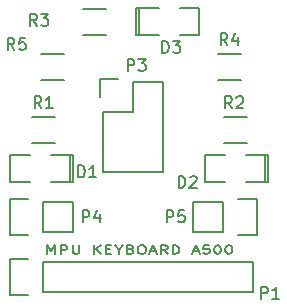
<source format=gto>
%TF.GenerationSoftware,KiCad,Pcbnew,4.0.2+dfsg1-stable*%
%TF.CreationDate,2018-11-13T00:59:16+01:00*%
%TF.ProjectId,A500MPU-Adapter,413530304D50552D416461707465722E,rev?*%
%TF.FileFunction,Legend,Top*%
%FSLAX46Y46*%
G04 Gerber Fmt 4.6, Leading zero omitted, Abs format (unit mm)*
G04 Created by KiCad (PCBNEW 4.0.2+dfsg1-stable) date Tue 13 Nov 2018 00:59:16 CET*
%MOMM*%
G01*
G04 APERTURE LIST*
%ADD10C,0.100000*%
%ADD11C,0.170000*%
%ADD12C,0.150000*%
G04 APERTURE END LIST*
D10*
D11*
X148908476Y-122490667D02*
X148908476Y-121790667D01*
X149241810Y-122290667D01*
X149575143Y-121790667D01*
X149575143Y-122490667D01*
X150051333Y-122490667D02*
X150051333Y-121790667D01*
X150432286Y-121790667D01*
X150527524Y-121824000D01*
X150575143Y-121857333D01*
X150622762Y-121924000D01*
X150622762Y-122024000D01*
X150575143Y-122090667D01*
X150527524Y-122124000D01*
X150432286Y-122157333D01*
X150051333Y-122157333D01*
X151051333Y-121790667D02*
X151051333Y-122357333D01*
X151098952Y-122424000D01*
X151146571Y-122457333D01*
X151241809Y-122490667D01*
X151432286Y-122490667D01*
X151527524Y-122457333D01*
X151575143Y-122424000D01*
X151622762Y-122357333D01*
X151622762Y-121790667D01*
X152860857Y-122490667D02*
X152860857Y-121790667D01*
X153432286Y-122490667D02*
X153003714Y-122090667D01*
X153432286Y-121790667D02*
X152860857Y-122190667D01*
X153860857Y-122124000D02*
X154194191Y-122124000D01*
X154337048Y-122490667D02*
X153860857Y-122490667D01*
X153860857Y-121790667D01*
X154337048Y-121790667D01*
X154956095Y-122157333D02*
X154956095Y-122490667D01*
X154622762Y-121790667D02*
X154956095Y-122157333D01*
X155289429Y-121790667D01*
X155956096Y-122124000D02*
X156098953Y-122157333D01*
X156146572Y-122190667D01*
X156194191Y-122257333D01*
X156194191Y-122357333D01*
X156146572Y-122424000D01*
X156098953Y-122457333D01*
X156003715Y-122490667D01*
X155622762Y-122490667D01*
X155622762Y-121790667D01*
X155956096Y-121790667D01*
X156051334Y-121824000D01*
X156098953Y-121857333D01*
X156146572Y-121924000D01*
X156146572Y-121990667D01*
X156098953Y-122057333D01*
X156051334Y-122090667D01*
X155956096Y-122124000D01*
X155622762Y-122124000D01*
X156813238Y-121790667D02*
X157003715Y-121790667D01*
X157098953Y-121824000D01*
X157194191Y-121890667D01*
X157241810Y-122024000D01*
X157241810Y-122257333D01*
X157194191Y-122390667D01*
X157098953Y-122457333D01*
X157003715Y-122490667D01*
X156813238Y-122490667D01*
X156718000Y-122457333D01*
X156622762Y-122390667D01*
X156575143Y-122257333D01*
X156575143Y-122024000D01*
X156622762Y-121890667D01*
X156718000Y-121824000D01*
X156813238Y-121790667D01*
X157622762Y-122290667D02*
X158098953Y-122290667D01*
X157527524Y-122490667D02*
X157860857Y-121790667D01*
X158194191Y-122490667D01*
X159098953Y-122490667D02*
X158765619Y-122157333D01*
X158527524Y-122490667D02*
X158527524Y-121790667D01*
X158908477Y-121790667D01*
X159003715Y-121824000D01*
X159051334Y-121857333D01*
X159098953Y-121924000D01*
X159098953Y-122024000D01*
X159051334Y-122090667D01*
X159003715Y-122124000D01*
X158908477Y-122157333D01*
X158527524Y-122157333D01*
X159527524Y-122490667D02*
X159527524Y-121790667D01*
X159765619Y-121790667D01*
X159908477Y-121824000D01*
X160003715Y-121890667D01*
X160051334Y-121957333D01*
X160098953Y-122090667D01*
X160098953Y-122190667D01*
X160051334Y-122324000D01*
X160003715Y-122390667D01*
X159908477Y-122457333D01*
X159765619Y-122490667D01*
X159527524Y-122490667D01*
X161241810Y-122290667D02*
X161718001Y-122290667D01*
X161146572Y-122490667D02*
X161479905Y-121790667D01*
X161813239Y-122490667D01*
X162622763Y-121790667D02*
X162146572Y-121790667D01*
X162098953Y-122124000D01*
X162146572Y-122090667D01*
X162241810Y-122057333D01*
X162479906Y-122057333D01*
X162575144Y-122090667D01*
X162622763Y-122124000D01*
X162670382Y-122190667D01*
X162670382Y-122357333D01*
X162622763Y-122424000D01*
X162575144Y-122457333D01*
X162479906Y-122490667D01*
X162241810Y-122490667D01*
X162146572Y-122457333D01*
X162098953Y-122424000D01*
X163289429Y-121790667D02*
X163384668Y-121790667D01*
X163479906Y-121824000D01*
X163527525Y-121857333D01*
X163575144Y-121924000D01*
X163622763Y-122057333D01*
X163622763Y-122224000D01*
X163575144Y-122357333D01*
X163527525Y-122424000D01*
X163479906Y-122457333D01*
X163384668Y-122490667D01*
X163289429Y-122490667D01*
X163194191Y-122457333D01*
X163146572Y-122424000D01*
X163098953Y-122357333D01*
X163051334Y-122224000D01*
X163051334Y-122057333D01*
X163098953Y-121924000D01*
X163146572Y-121857333D01*
X163194191Y-121824000D01*
X163289429Y-121790667D01*
X164241810Y-121790667D02*
X164337049Y-121790667D01*
X164432287Y-121824000D01*
X164479906Y-121857333D01*
X164527525Y-121924000D01*
X164575144Y-122057333D01*
X164575144Y-122224000D01*
X164527525Y-122357333D01*
X164479906Y-122424000D01*
X164432287Y-122457333D01*
X164337049Y-122490667D01*
X164241810Y-122490667D01*
X164146572Y-122457333D01*
X164098953Y-122424000D01*
X164051334Y-122357333D01*
X164003715Y-122224000D01*
X164003715Y-122057333D01*
X164051334Y-121924000D01*
X164098953Y-121857333D01*
X164146572Y-121824000D01*
X164241810Y-121790667D01*
D12*
X149590000Y-113089000D02*
X147590000Y-113089000D01*
X147590000Y-110939000D02*
X149590000Y-110939000D01*
X153670000Y-110490000D02*
X153670000Y-115570000D01*
X153390000Y-107670000D02*
X154940000Y-107670000D01*
X156210000Y-107950000D02*
X156210000Y-110490000D01*
X156210000Y-110490000D02*
X153670000Y-110490000D01*
X153670000Y-115570000D02*
X158750000Y-115570000D01*
X158750000Y-115570000D02*
X158750000Y-110490000D01*
X153390000Y-107670000D02*
X153390000Y-109220000D01*
X158750000Y-107950000D02*
X156210000Y-107950000D01*
X158750000Y-110490000D02*
X158750000Y-107950000D01*
X150352000Y-107755000D02*
X148352000Y-107755000D01*
X148352000Y-105605000D02*
X150352000Y-105605000D01*
X165338000Y-107755000D02*
X163338000Y-107755000D01*
X163338000Y-105605000D02*
X165338000Y-105605000D01*
X153908000Y-103945000D02*
X151908000Y-103945000D01*
X151908000Y-101795000D02*
X153908000Y-101795000D01*
X163846000Y-110939000D02*
X165846000Y-110939000D01*
X165846000Y-113089000D02*
X163846000Y-113089000D01*
X163830000Y-120650000D02*
X161290000Y-120650000D01*
X166650000Y-120930000D02*
X165100000Y-120930000D01*
X163830000Y-120650000D02*
X163830000Y-118110000D01*
X165100000Y-117830000D02*
X166650000Y-117830000D01*
X166650000Y-117830000D02*
X166650000Y-120930000D01*
X163830000Y-118110000D02*
X161290000Y-118110000D01*
X161290000Y-118110000D02*
X161290000Y-120650000D01*
X148590000Y-118110000D02*
X151130000Y-118110000D01*
X145770000Y-117830000D02*
X147320000Y-117830000D01*
X148590000Y-118110000D02*
X148590000Y-120650000D01*
X147320000Y-120930000D02*
X145770000Y-120930000D01*
X145770000Y-120930000D02*
X145770000Y-117830000D01*
X148590000Y-120650000D02*
X151130000Y-120650000D01*
X151130000Y-120650000D02*
X151130000Y-118110000D01*
X148590000Y-123190000D02*
X166370000Y-123190000D01*
X166370000Y-123190000D02*
X166370000Y-125730000D01*
X166370000Y-125730000D02*
X148590000Y-125730000D01*
X145770000Y-122910000D02*
X147320000Y-122910000D01*
X148590000Y-123190000D02*
X148590000Y-125730000D01*
X147320000Y-126010000D02*
X145770000Y-126010000D01*
X145770000Y-126010000D02*
X145770000Y-122910000D01*
X156718000Y-101727000D02*
X156464000Y-101727000D01*
X156464000Y-101727000D02*
X156464000Y-104013000D01*
X156464000Y-104013000D02*
X156718000Y-104013000D01*
X156718000Y-101727000D02*
X156718000Y-104013000D01*
X156718000Y-104013000D02*
X158369000Y-104013000D01*
X160147000Y-101727000D02*
X161798000Y-101727000D01*
X161798000Y-101727000D02*
X161798000Y-104013000D01*
X161798000Y-104013000D02*
X160147000Y-104013000D01*
X158369000Y-101727000D02*
X156718000Y-101727000D01*
X167386000Y-116459000D02*
X167640000Y-116459000D01*
X167640000Y-116459000D02*
X167640000Y-114173000D01*
X167640000Y-114173000D02*
X167386000Y-114173000D01*
X167386000Y-116459000D02*
X167386000Y-114173000D01*
X167386000Y-114173000D02*
X165735000Y-114173000D01*
X163957000Y-116459000D02*
X162306000Y-116459000D01*
X162306000Y-116459000D02*
X162306000Y-114173000D01*
X162306000Y-114173000D02*
X163957000Y-114173000D01*
X165735000Y-116459000D02*
X167386000Y-116459000D01*
X150876000Y-116459000D02*
X151130000Y-116459000D01*
X151130000Y-116459000D02*
X151130000Y-114173000D01*
X151130000Y-114173000D02*
X150876000Y-114173000D01*
X150876000Y-116459000D02*
X150876000Y-114173000D01*
X150876000Y-114173000D02*
X149225000Y-114173000D01*
X147447000Y-116459000D02*
X145796000Y-116459000D01*
X145796000Y-116459000D02*
X145796000Y-114173000D01*
X145796000Y-114173000D02*
X147447000Y-114173000D01*
X149225000Y-116459000D02*
X150876000Y-116459000D01*
X148423334Y-110166381D02*
X148090000Y-109690190D01*
X147851905Y-110166381D02*
X147851905Y-109166381D01*
X148232858Y-109166381D01*
X148328096Y-109214000D01*
X148375715Y-109261619D01*
X148423334Y-109356857D01*
X148423334Y-109499714D01*
X148375715Y-109594952D01*
X148328096Y-109642571D01*
X148232858Y-109690190D01*
X147851905Y-109690190D01*
X149375715Y-110166381D02*
X148804286Y-110166381D01*
X149090000Y-110166381D02*
X149090000Y-109166381D01*
X148994762Y-109309238D01*
X148899524Y-109404476D01*
X148804286Y-109452095D01*
X155725905Y-107005381D02*
X155725905Y-106005381D01*
X156106858Y-106005381D01*
X156202096Y-106053000D01*
X156249715Y-106100619D01*
X156297334Y-106195857D01*
X156297334Y-106338714D01*
X156249715Y-106433952D01*
X156202096Y-106481571D01*
X156106858Y-106529190D01*
X155725905Y-106529190D01*
X156630667Y-106005381D02*
X157249715Y-106005381D01*
X156916381Y-106386333D01*
X157059239Y-106386333D01*
X157154477Y-106433952D01*
X157202096Y-106481571D01*
X157249715Y-106576810D01*
X157249715Y-106814905D01*
X157202096Y-106910143D01*
X157154477Y-106957762D01*
X157059239Y-107005381D01*
X156773524Y-107005381D01*
X156678286Y-106957762D01*
X156630667Y-106910143D01*
X146137334Y-105227381D02*
X145804000Y-104751190D01*
X145565905Y-105227381D02*
X145565905Y-104227381D01*
X145946858Y-104227381D01*
X146042096Y-104275000D01*
X146089715Y-104322619D01*
X146137334Y-104417857D01*
X146137334Y-104560714D01*
X146089715Y-104655952D01*
X146042096Y-104703571D01*
X145946858Y-104751190D01*
X145565905Y-104751190D01*
X147042096Y-104227381D02*
X146565905Y-104227381D01*
X146518286Y-104703571D01*
X146565905Y-104655952D01*
X146661143Y-104608333D01*
X146899239Y-104608333D01*
X146994477Y-104655952D01*
X147042096Y-104703571D01*
X147089715Y-104798810D01*
X147089715Y-105036905D01*
X147042096Y-105132143D01*
X146994477Y-105179762D01*
X146899239Y-105227381D01*
X146661143Y-105227381D01*
X146565905Y-105179762D01*
X146518286Y-105132143D01*
X164171334Y-104832381D02*
X163838000Y-104356190D01*
X163599905Y-104832381D02*
X163599905Y-103832381D01*
X163980858Y-103832381D01*
X164076096Y-103880000D01*
X164123715Y-103927619D01*
X164171334Y-104022857D01*
X164171334Y-104165714D01*
X164123715Y-104260952D01*
X164076096Y-104308571D01*
X163980858Y-104356190D01*
X163599905Y-104356190D01*
X165028477Y-104165714D02*
X165028477Y-104832381D01*
X164790381Y-103784762D02*
X164552286Y-104499048D01*
X165171334Y-104499048D01*
X148042334Y-103195381D02*
X147709000Y-102719190D01*
X147470905Y-103195381D02*
X147470905Y-102195381D01*
X147851858Y-102195381D01*
X147947096Y-102243000D01*
X147994715Y-102290619D01*
X148042334Y-102385857D01*
X148042334Y-102528714D01*
X147994715Y-102623952D01*
X147947096Y-102671571D01*
X147851858Y-102719190D01*
X147470905Y-102719190D01*
X148375667Y-102195381D02*
X148994715Y-102195381D01*
X148661381Y-102576333D01*
X148804239Y-102576333D01*
X148899477Y-102623952D01*
X148947096Y-102671571D01*
X148994715Y-102766810D01*
X148994715Y-103004905D01*
X148947096Y-103100143D01*
X148899477Y-103147762D01*
X148804239Y-103195381D01*
X148518524Y-103195381D01*
X148423286Y-103147762D01*
X148375667Y-103100143D01*
X164552334Y-110180381D02*
X164219000Y-109704190D01*
X163980905Y-110180381D02*
X163980905Y-109180381D01*
X164361858Y-109180381D01*
X164457096Y-109228000D01*
X164504715Y-109275619D01*
X164552334Y-109370857D01*
X164552334Y-109513714D01*
X164504715Y-109608952D01*
X164457096Y-109656571D01*
X164361858Y-109704190D01*
X163980905Y-109704190D01*
X164933286Y-109275619D02*
X164980905Y-109228000D01*
X165076143Y-109180381D01*
X165314239Y-109180381D01*
X165409477Y-109228000D01*
X165457096Y-109275619D01*
X165504715Y-109370857D01*
X165504715Y-109466095D01*
X165457096Y-109608952D01*
X164885667Y-110180381D01*
X165504715Y-110180381D01*
X159027905Y-119832381D02*
X159027905Y-118832381D01*
X159408858Y-118832381D01*
X159504096Y-118880000D01*
X159551715Y-118927619D01*
X159599334Y-119022857D01*
X159599334Y-119165714D01*
X159551715Y-119260952D01*
X159504096Y-119308571D01*
X159408858Y-119356190D01*
X159027905Y-119356190D01*
X160504096Y-118832381D02*
X160027905Y-118832381D01*
X159980286Y-119308571D01*
X160027905Y-119260952D01*
X160123143Y-119213333D01*
X160361239Y-119213333D01*
X160456477Y-119260952D01*
X160504096Y-119308571D01*
X160551715Y-119403810D01*
X160551715Y-119641905D01*
X160504096Y-119737143D01*
X160456477Y-119784762D01*
X160361239Y-119832381D01*
X160123143Y-119832381D01*
X160027905Y-119784762D01*
X159980286Y-119737143D01*
X151915905Y-119832381D02*
X151915905Y-118832381D01*
X152296858Y-118832381D01*
X152392096Y-118880000D01*
X152439715Y-118927619D01*
X152487334Y-119022857D01*
X152487334Y-119165714D01*
X152439715Y-119260952D01*
X152392096Y-119308571D01*
X152296858Y-119356190D01*
X151915905Y-119356190D01*
X153344477Y-119165714D02*
X153344477Y-119832381D01*
X153106381Y-118784762D02*
X152868286Y-119499048D01*
X153487334Y-119499048D01*
X167028905Y-126309381D02*
X167028905Y-125309381D01*
X167409858Y-125309381D01*
X167505096Y-125357000D01*
X167552715Y-125404619D01*
X167600334Y-125499857D01*
X167600334Y-125642714D01*
X167552715Y-125737952D01*
X167505096Y-125785571D01*
X167409858Y-125833190D01*
X167028905Y-125833190D01*
X168552715Y-126309381D02*
X167981286Y-126309381D01*
X168267000Y-126309381D02*
X168267000Y-125309381D01*
X168171762Y-125452238D01*
X168076524Y-125547476D01*
X167981286Y-125595095D01*
X158646905Y-105481381D02*
X158646905Y-104481381D01*
X158885000Y-104481381D01*
X159027858Y-104529000D01*
X159123096Y-104624238D01*
X159170715Y-104719476D01*
X159218334Y-104909952D01*
X159218334Y-105052810D01*
X159170715Y-105243286D01*
X159123096Y-105338524D01*
X159027858Y-105433762D01*
X158885000Y-105481381D01*
X158646905Y-105481381D01*
X159551667Y-104481381D02*
X160170715Y-104481381D01*
X159837381Y-104862333D01*
X159980239Y-104862333D01*
X160075477Y-104909952D01*
X160123096Y-104957571D01*
X160170715Y-105052810D01*
X160170715Y-105290905D01*
X160123096Y-105386143D01*
X160075477Y-105433762D01*
X159980239Y-105481381D01*
X159694524Y-105481381D01*
X159599286Y-105433762D01*
X159551667Y-105386143D01*
X160043905Y-116911381D02*
X160043905Y-115911381D01*
X160282000Y-115911381D01*
X160424858Y-115959000D01*
X160520096Y-116054238D01*
X160567715Y-116149476D01*
X160615334Y-116339952D01*
X160615334Y-116482810D01*
X160567715Y-116673286D01*
X160520096Y-116768524D01*
X160424858Y-116863762D01*
X160282000Y-116911381D01*
X160043905Y-116911381D01*
X160996286Y-116006619D02*
X161043905Y-115959000D01*
X161139143Y-115911381D01*
X161377239Y-115911381D01*
X161472477Y-115959000D01*
X161520096Y-116006619D01*
X161567715Y-116101857D01*
X161567715Y-116197095D01*
X161520096Y-116339952D01*
X160948667Y-116911381D01*
X161567715Y-116911381D01*
X151534905Y-116022381D02*
X151534905Y-115022381D01*
X151773000Y-115022381D01*
X151915858Y-115070000D01*
X152011096Y-115165238D01*
X152058715Y-115260476D01*
X152106334Y-115450952D01*
X152106334Y-115593810D01*
X152058715Y-115784286D01*
X152011096Y-115879524D01*
X151915858Y-115974762D01*
X151773000Y-116022381D01*
X151534905Y-116022381D01*
X153058715Y-116022381D02*
X152487286Y-116022381D01*
X152773000Y-116022381D02*
X152773000Y-115022381D01*
X152677762Y-115165238D01*
X152582524Y-115260476D01*
X152487286Y-115308095D01*
M02*

</source>
